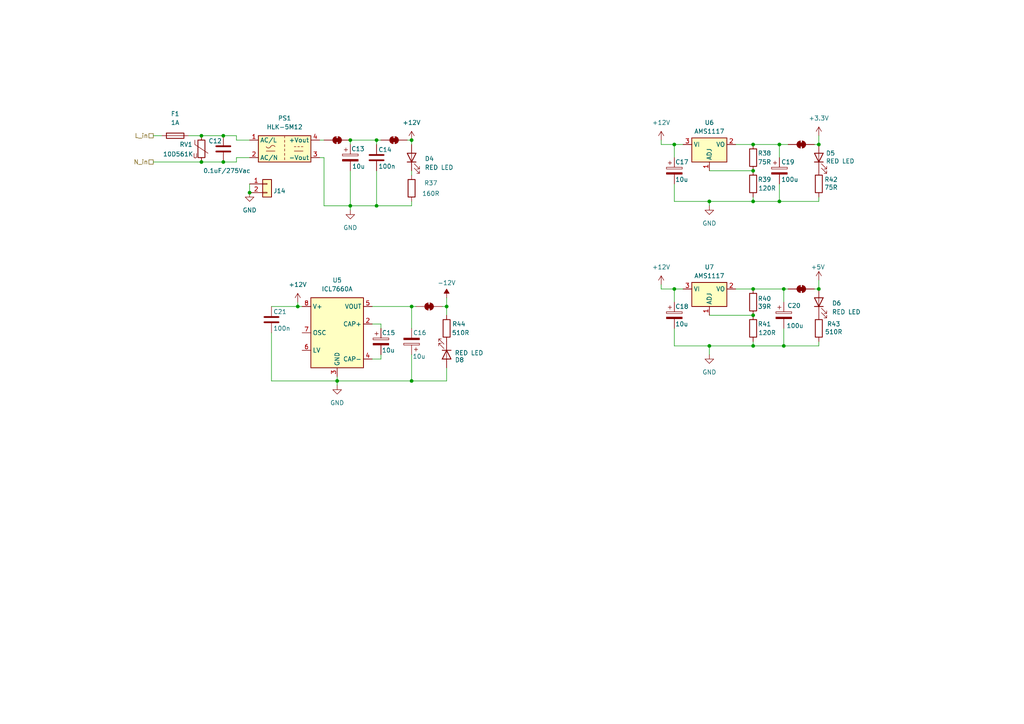
<source format=kicad_sch>
(kicad_sch (version 20231120) (generator "eeschema") (generator_version "8.0")
  (paper "A4")
  (title_block (title "EVSE") (date "2024-07-14") (rev "V2") (company "Blue Dot d.o.o.") (comment 1 "Lovro Oreskovic"))
  (lib_symbols
    (symbol "Connector_Generic:Conn_01x02" (pin_names (offset 1.016) hide)
      (property "Reference" "J" (at 0 2.54 0))
      (property "Value" "Conn_01x02" (at 0 -5.08 0))
      (symbol "Conn_01x02_1_1"
        (rectangle (start -1.27 -2.413) (end 0 -2.667) (stroke (width 0.1524)))
        (rectangle (start -1.27 0.127) (end 0 -0.127) (stroke (width 0.1524)))
        (rectangle (start -1.27 1.27) (end 1.27 -3.81) (stroke (width 0.254)) (fill (type background)))
        (pin passive line (at -5.08 0 0) (length 3.81) (name "Pin_1") (number "1"))
        (pin passive line (at -5.08 -2.54 0) (length 3.81) (name "Pin_2") (number "2"))
      )
    )
    (symbol "Converter_ACDC:HLK-5M12"
      (property "Reference" "PS" (at 0 5.08 0))
      (property "Value" "HLK-5M12" (at 0 -5.08 0))
      (symbol "HLK-5M12_0_1"
        (rectangle (start -7.62 3.81) (end 7.62 -3.81) (stroke (width 0.254)) (fill (type background)))
        (arc (start -5.334 0.635) (mid -4.699 0.2495) (end -4.064 0.635))
        (arc (start -2.794 0.635) (mid -3.429 1.0072) (end -4.064 0.635))
        (polyline (pts (xy -5.334 -0.635) (xy -2.794 -0.635)))
        (polyline (pts (xy 0 -2.54) (xy 0 -3.175)))
        (polyline (pts (xy 0 -1.27) (xy 0 -1.905)))
        (polyline (pts (xy 0 0) (xy 0 -0.635)))
        (polyline (pts (xy 0 1.27) (xy 0 0.635)))
        (polyline (pts (xy 0 2.54) (xy 0 1.905)))
        (polyline (pts (xy 0 3.81) (xy 0 3.175)))
        (polyline (pts (xy 2.794 -0.635) (xy 5.334 -0.635)))
        (polyline (pts (xy 2.794 0.635) (xy 3.302 0.635)))
        (polyline (pts (xy 3.81 0.635) (xy 4.318 0.635)))
        (polyline (pts (xy 4.826 0.635) (xy 5.334 0.635)))
      )
      (symbol "HLK-5M12_1_1"
        (pin power_in line (at -10.16 2.54 0) (length 2.54) (name "AC/L") (number "1"))
        (pin power_in line (at -10.16 -2.54 0) (length 2.54) (name "AC/N") (number "2"))
        (pin power_out line (at 10.16 -2.54 180) (length 2.54) (name "-Vout") (number "3"))
        (pin power_out line (at 10.16 2.54 180) (length 2.54) (name "+Vout") (number "4"))
      )
    )
    (symbol "Device:C" (pin_numbers hide) (pin_names (offset 0.254))
      (property "Reference" "C" (at 0.635 2.54 0))
      (property "Value" "C" (at 0.635 -2.54 0))
      (symbol "C_0_1"
        (polyline (pts (xy -2.032 -0.762) (xy 2.032 -0.762)) (stroke (width 0.508)))
        (polyline (pts (xy -2.032 0.762) (xy 2.032 0.762)) (stroke (width 0.508)))
      )
      (symbol "C_1_1"
        (pin passive line (at 0 3.81 270) (length 2.794) (name "~") (number "1"))
        (pin passive line (at 0 -3.81 90) (length 2.794) (name "~") (number "2"))
      )
    )
    (symbol "Device:C_Polarized" (pin_numbers hide) (pin_names (offset 0.254))
      (property "Reference" "C" (at 0.635 2.54 0))
      (property "Value" "C_Polarized" (at 0.635 -2.54 0))
      (symbol "C_Polarized_0_1"
        (rectangle (start -2.286 0.508) (end 2.286 1.016))
        (polyline (pts (xy -1.778 2.286) (xy -0.762 2.286)))
        (polyline (pts (xy -1.27 2.794) (xy -1.27 1.778)))
        (rectangle (start 2.286 -0.508) (end -2.286 -1.016) (fill (type outline)))
      )
      (symbol "C_Polarized_1_1"
        (pin passive line (at 0 3.81 270) (length 2.794) (name "~") (number "1"))
        (pin passive line (at 0 -3.81 90) (length 2.794) (name "~") (number "2"))
      )
    )
    (symbol "Device:Fuse" (pin_numbers hide) (pin_names (offset 0))
      (property "Reference" "F" (at 2.032 0 90))
      (property "Value" "Fuse" (at -1.905 0 90))
      (symbol "Fuse_0_1"
        (rectangle (start -0.762 -2.54) (end 0.762 2.54) (stroke (width 0.254)))
        (polyline (pts (xy 0 2.54) (xy 0 -2.54)))
      )
      (symbol "Fuse_1_1"
        (pin passive line (at 0 3.81 270) (length 1.27) (name "~") (number "1"))
        (pin passive line (at 0 -3.81 90) (length 1.27) (name "~") (number "2"))
      )
    )
    (symbol "Device:LED" (pin_numbers hide) (pin_names (offset 1.016) hide)
      (property "Reference" "D" (at 0 2.54 0))
      (property "Value" "LED" (at 0 -2.54 0))
      (symbol "LED_0_1"
        (polyline (pts (xy -1.27 -1.27) (xy -1.27 1.27)) (stroke (width 0.254)))
        (polyline (pts (xy -1.27 0) (xy 1.27 0)))
        (polyline (pts (xy 1.27 -1.27) (xy 1.27 1.27) (xy -1.27 0) (xy 1.27 -1.27)) (stroke (width 0.254)))
        (polyline (pts (xy -3.048 -0.762) (xy -4.572 -2.286) (xy -3.81 -2.286) (xy -4.572 -2.286) (xy -4.572 -1.524)))
        (polyline (pts (xy -1.778 -0.762) (xy -3.302 -2.286) (xy -2.54 -2.286) (xy -3.302 -2.286) (xy -3.302 -1.524)))
      )
      (symbol "LED_1_1"
        (pin passive line (at -3.81 0 0) (length 2.54) (name "K") (number "1"))
        (pin passive line (at 3.81 0 180) (length 2.54) (name "A") (number "2"))
      )
    )
    (symbol "Device:R" (pin_numbers hide) (pin_names (offset 0))
      (property "Reference" "R" (at 2.032 0 90))
      (property "Value" "R" (at 0 0 90))
      (symbol "R_0_1"
        (rectangle (start -1.016 -2.54) (end 1.016 2.54) (stroke (width 0.254)))
      )
      (symbol "R_1_1"
        (pin passive line (at 0 3.81 270) (length 1.27) (name "~") (number "1"))
        (pin passive line (at 0 -3.81 90) (length 1.27) (name "~") (number "2"))
      )
    )
    (symbol "Device:Varistor" (pin_numbers hide) (pin_names (offset 0))
      (property "Reference" "RV" (at 3.175 0 90))
      (property "Value" "Varistor" (at -3.175 0 90))
      (symbol "Varistor_0_0"
        (text "U" (at -1.778 -2.032 0) (effects (font (size 1.27 1.27))))
      )
      (symbol "Varistor_0_1"
        (rectangle (start -1.016 -2.54) (end 1.016 2.54) (stroke (width 0.254)))
        (polyline (pts (xy -1.905 2.54) (xy -1.905 1.27) (xy 1.905 -1.27)))
      )
      (symbol "Varistor_1_1"
        (pin passive line (at 0 3.81 270) (length 1.27) (name "~") (number "1"))
        (pin passive line (at 0 -3.81 90) (length 1.27) (name "~") (number "2"))
      )
    )
    (symbol "Jumper:SolderJumper_2_Bridged" (pin_numbers hide) (pin_names (offset 0) hide) (exclude_from_sim yes) (in_bom no)
      (property "Reference" "JP" (at 0 2.032 0))
      (property "Value" "SolderJumper_2_Bridged" (at 0 -2.54 0))
      (symbol "SolderJumper_2_Bridged_0_1"
        (rectangle (start -0.508 0.508) (end 0.508 -0.508) (fill (type outline)))
        (arc (start -0.254 1.016) (mid -1.2656 0) (end -0.254 -1.016))
        (arc (start -0.254 1.016) (mid -1.2656 0) (end -0.254 -1.016) (fill (type outline)))
        (polyline (pts (xy -0.254 1.016) (xy -0.254 -1.016)))
        (polyline (pts (xy 0.254 1.016) (xy 0.254 -1.016)))
        (arc (start 0.254 -1.016) (mid 1.2656 0) (end 0.254 1.016))
        (arc (start 0.254 -1.016) (mid 1.2656 0) (end 0.254 1.016) (fill (type outline)))
      )
      (symbol "SolderJumper_2_Bridged_1_1"
        (pin passive line (at -3.81 0 0) (length 2.54) (name "A") (number "1"))
        (pin passive line (at 3.81 0 180) (length 2.54) (name "B") (number "2"))
      )
    )
    (symbol "Regulator_Linear:AMS1117"
      (property "Reference" "U" (at -3.81 3.175 0))
      (property "Value" "AMS1117" (at 0 3.175 0))
      (symbol "AMS1117_0_1"
        (rectangle (start -5.08 -5.08) (end 5.08 1.905) (stroke (width 0.254)) (fill (type background)))
      )
      (symbol "AMS1117_1_1"
        (pin input line (at 0 -7.62 90) (length 2.54) (name "ADJ") (number "1"))
        (pin power_out line (at 7.62 0 180) (length 2.54) (name "VO") (number "2"))
        (pin power_in line (at -7.62 0 0) (length 2.54) (name "VI") (number "3"))
      )
    )
    (symbol "multi_new:ICL7660A"
      (property "Reference" "U" (at -6.604 11.43 0))
      (property "Value" "ICL7660A" (at 0 11.43 0))
      (symbol "ICL7660A_0_1"
        (rectangle (start -7.62 10.16) (end 7.62 -10.16) (stroke (width 0.254)) (fill (type background)))
      )
      (symbol "ICL7660A_1_1"
        (pin no_connect line (at -7.62 5.08 0) (length 2.54) hide (name "NC") (number "1"))
        (pin input line (at 10.16 2.54 180) (length 2.54) (name "CAP+") (number "2"))
        (pin power_in line (at 0 -12.7 90) (length 2.54) (name "GND") (number "3"))
        (pin input line (at 10.16 -7.62 180) (length 2.54) (name "CAP-") (number "4"))
        (pin power_out line (at 10.16 7.62 180) (length 2.54) (name "VOUT") (number "5"))
        (pin input line (at -10.16 -5.08 0) (length 2.54) (name "LV") (number "6"))
        (pin input line (at -10.16 0 0) (length 2.54) (name "OSC") (number "7"))
        (pin power_in line (at -10.16 7.62 0) (length 2.54) (name "V+") (number "8"))
      )
    )
    (symbol "power:+12V" (power) (pin_numbers hide) (pin_names (offset 0) hide)
      (property "Value" "+12V" (at 0 3.556 0))
      (symbol "+12V_0_1"
        (polyline (pts (xy -0.762 1.27) (xy 0 2.54)))
        (polyline (pts (xy 0 0) (xy 0 2.54)))
        (polyline (pts (xy 0 2.54) (xy 0.762 1.27)))
      )
      (symbol "+12V_1_1"
        (pin power_in line (at 0 0 90) (length 0) (name "~") (number "1"))
      )
    )
    (symbol "power:+3.3V" (power) (pin_numbers hide) (pin_names (offset 0) hide)
      (property "Value" "+3.3V" (at 0 3.556 0))
      (symbol "+3.3V_0_1"
        (polyline (pts (xy -0.762 1.27) (xy 0 2.54)))
        (polyline (pts (xy 0 0) (xy 0 2.54)))
        (polyline (pts (xy 0 2.54) (xy 0.762 1.27)))
      )
      (symbol "+3.3V_1_1"
        (pin power_in line (at 0 0 90) (length 0) (name "~") (number "1"))
      )
    )
    (symbol "power:+5V" (power) (pin_numbers hide) (pin_names (offset 0) hide)
      (property "Value" "+5V" (at 0 3.556 0))
      (symbol "+5V_0_1"
        (polyline (pts (xy -0.762 1.27) (xy 0 2.54)))
        (polyline (pts (xy 0 0) (xy 0 2.54)))
        (polyline (pts (xy 0 2.54) (xy 0.762 1.27)))
      )
      (symbol "+5V_1_1"
        (pin power_in line (at 0 0 90) (length 0) (name "~") (number "1"))
      )
    )
    (symbol "power:-12V" (power) (pin_numbers hide) (pin_names (offset 0) hide)
      (property "Value" "-12V" (at 0 3.556 0))
      (symbol "-12V_0_0"
        (pin power_in line (at 0 0 90) (length 0) (name "~") (number "1"))
      )
      (symbol "-12V_0_1"
        (polyline (pts (xy 0 0) (xy 0 1.27) (xy 0.762 1.27) (xy 0 2.54) (xy -0.762 1.27) (xy 0 1.27)) (fill (type outline)))
      )
    )
    (symbol "power:GND" (power) (pin_numbers hide) (pin_names (offset 0) hide)
      (property "Value" "GND" (at 0 -3.81 0))
      (symbol "GND_0_1"
        (polyline (pts (xy 0 0) (xy 0 -1.27) (xy 1.27 -1.27) (xy 0 -2.54) (xy -1.27 -1.27) (xy 0 -1.27)))
      )
      (symbol "GND_1_1"
        (pin power_in line (at 0 0 270) (length 0) (name "~") (number "1"))
      )
    )
  )
  (junction (at 218.44 91.44))
  (junction (at 109.22 59.69))
  (junction (at 218.44 58.42))
  (junction (at 227.33 83.82))
  (junction (at 101.6 59.69))
  (junction (at 226.06 41.91))
  (junction (at 226.06 58.42))
  (junction (at 218.44 100.33))
  (junction (at 86.36 88.9))
  (junction (at 205.74 100.33))
  (junction (at 101.6 40.64))
  (junction (at 72.39 55.88))
  (junction (at 205.74 58.42))
  (junction (at 64.77 39.37))
  (junction (at 195.58 83.82))
  (junction (at 119.38 40.64))
  (junction (at 129.54 88.9))
  (junction (at 109.22 40.64))
  (junction (at 97.79 110.49))
  (junction (at 218.44 41.91))
  (junction (at 58.42 46.99))
  (junction (at 119.38 88.9))
  (junction (at 64.77 46.99))
  (junction (at 58.42 39.37))
  (junction (at 237.49 83.82))
  (junction (at 227.33 100.33))
  (junction (at 119.38 110.49))
  (junction (at 237.49 41.91))
  (junction (at 218.44 83.82))
  (junction (at 218.44 49.53))
  (junction (at 195.58 41.91))
  (wire (pts (xy 101.6 40.64) (xy 109.22 40.64)))
  (wire (pts (xy 236.22 83.82) (xy 237.49 83.82)))
  (wire (pts (xy 68.58 40.64) (xy 72.39 40.64)))
  (wire (pts (xy 119.38 88.9) (xy 119.38 95.25)))
  (wire (pts (xy 109.22 59.69) (xy 109.22 49.53)))
  (wire (pts (xy 110.49 93.98) (xy 110.49 95.25)))
  (wire (pts (xy 226.06 58.42) (xy 237.49 58.42)))
  (wire (pts (xy 101.6 59.69) (xy 109.22 59.69)))
  (wire (pts (xy 218.44 100.33) (xy 218.44 99.06)))
  (wire (pts (xy 109.22 59.69) (xy 119.38 59.69)))
  (wire (pts (xy 195.58 53.34) (xy 195.58 58.42)))
  (wire (pts (xy 205.74 58.42) (xy 218.44 58.42)))
  (wire (pts (xy 119.38 50.8) (xy 119.38 49.53)))
  (wire (pts (xy 191.77 82.55) (xy 191.77 83.82)))
  (wire (pts (xy 109.22 40.64) (xy 110.49 40.64)))
  (wire (pts (xy 68.58 45.72) (xy 68.58 46.99)))
  (wire (pts (xy 109.22 40.64) (xy 109.22 41.91)))
  (wire (pts (xy 44.45 39.37) (xy 46.99 39.37)))
  (wire (pts (xy 68.58 40.64) (xy 68.58 39.37)))
  (wire (pts (xy 226.06 41.91) (xy 226.06 45.72)))
  (wire (pts (xy 191.77 41.91) (xy 195.58 41.91)))
  (wire (pts (xy 195.58 87.63) (xy 195.58 83.82)))
  (wire (pts (xy 93.98 59.69) (xy 101.6 59.69)))
  (wire (pts (xy 195.58 41.91) (xy 198.12 41.91)))
  (wire (pts (xy 195.58 45.72) (xy 195.58 41.91)))
  (wire (pts (xy 107.95 88.9) (xy 119.38 88.9)))
  (wire (pts (xy 101.6 59.69) (xy 101.6 49.53)))
  (wire (pts (xy 97.79 110.49) (xy 97.79 109.22)))
  (wire (pts (xy 191.77 40.64) (xy 191.77 41.91)))
  (wire (pts (xy 227.33 100.33) (xy 237.49 100.33)))
  (wire (pts (xy 129.54 88.9) (xy 129.54 91.44)))
  (wire (pts (xy 86.36 88.9) (xy 87.63 88.9)))
  (wire (pts (xy 119.38 102.87) (xy 119.38 110.49)))
  (wire (pts (xy 128.27 88.9) (xy 129.54 88.9)))
  (wire (pts (xy 107.95 93.98) (xy 110.49 93.98)))
  (wire (pts (xy 101.6 40.64) (xy 101.6 41.91)))
  (wire (pts (xy 119.38 40.64) (xy 118.11 40.64)))
  (wire (pts (xy 86.36 87.63) (xy 86.36 88.9)))
  (wire (pts (xy 93.98 59.69) (xy 93.98 45.72)))
  (wire (pts (xy 97.79 110.49) (xy 119.38 110.49)))
  (wire (pts (xy 227.33 100.33) (xy 218.44 100.33)))
  (wire (pts (xy 64.77 46.99) (xy 68.58 46.99)))
  (wire (pts (xy 58.42 46.99) (xy 64.77 46.99)))
  (wire (pts (xy 237.49 99.06) (xy 237.49 100.33)))
  (wire (pts (xy 78.74 88.9) (xy 86.36 88.9)))
  (wire (pts (xy 218.44 41.91) (xy 226.06 41.91)))
  (wire (pts (xy 110.49 102.87) (xy 110.49 104.14)))
  (wire (pts (xy 78.74 110.49) (xy 97.79 110.49)))
  (wire (pts (xy 68.58 45.72) (xy 72.39 45.72)))
  (wire (pts (xy 227.33 83.82) (xy 228.6 83.82)))
  (wire (pts (xy 119.38 58.42) (xy 119.38 59.69)))
  (wire (pts (xy 72.39 53.34) (xy 72.39 55.88)))
  (wire (pts (xy 119.38 110.49) (xy 129.54 110.49)))
  (wire (pts (xy 54.61 39.37) (xy 58.42 39.37)))
  (wire (pts (xy 205.74 49.53) (xy 218.44 49.53)))
  (wire (pts (xy 226.06 41.91) (xy 228.6 41.91)))
  (wire (pts (xy 218.44 83.82) (xy 227.33 83.82)))
  (wire (pts (xy 237.49 57.15) (xy 237.49 58.42)))
  (wire (pts (xy 44.45 46.99) (xy 58.42 46.99)))
  (wire (pts (xy 226.06 58.42) (xy 218.44 58.42)))
  (wire (pts (xy 226.06 53.34) (xy 226.06 58.42)))
  (wire (pts (xy 195.58 100.33) (xy 205.74 100.33)))
  (wire (pts (xy 120.65 88.9) (xy 119.38 88.9)))
  (wire (pts (xy 97.79 111.76) (xy 97.79 110.49)))
  (wire (pts (xy 237.49 81.28) (xy 237.49 83.82)))
  (wire (pts (xy 92.71 40.64) (xy 93.98 40.64)))
  (wire (pts (xy 191.77 83.82) (xy 195.58 83.82)))
  (wire (pts (xy 78.74 96.52) (xy 78.74 110.49)))
  (wire (pts (xy 64.77 39.37) (xy 68.58 39.37)))
  (wire (pts (xy 195.58 83.82) (xy 198.12 83.82)))
  (wire (pts (xy 195.58 95.25) (xy 195.58 100.33)))
  (wire (pts (xy 129.54 86.36) (xy 129.54 88.9)))
  (wire (pts (xy 236.22 41.91) (xy 237.49 41.91)))
  (wire (pts (xy 195.58 58.42) (xy 205.74 58.42)))
  (wire (pts (xy 213.36 41.91) (xy 218.44 41.91)))
  (wire (pts (xy 213.36 83.82) (xy 218.44 83.82)))
  (wire (pts (xy 101.6 59.69) (xy 101.6 60.96)))
  (wire (pts (xy 227.33 87.63) (xy 227.33 83.82)))
  (wire (pts (xy 93.98 45.72) (xy 92.71 45.72)))
  (wire (pts (xy 205.74 58.42) (xy 205.74 59.69)))
  (wire (pts (xy 205.74 91.44) (xy 218.44 91.44)))
  (wire (pts (xy 58.42 39.37) (xy 64.77 39.37)))
  (wire (pts (xy 227.33 95.25) (xy 227.33 100.33)))
  (wire (pts (xy 110.49 104.14) (xy 107.95 104.14)))
  (wire (pts (xy 218.44 58.42) (xy 218.44 57.15)))
  (wire (pts (xy 205.74 100.33) (xy 218.44 100.33)))
  (wire (pts (xy 237.49 39.37) (xy 237.49 41.91)))
  (wire (pts (xy 119.38 40.64) (xy 119.38 41.91)))
  (wire (pts (xy 205.74 100.33) (xy 205.74 102.87)))
  (wire (pts (xy 129.54 106.68) (xy 129.54 110.49)))
  (hierarchical_label "N_in" (shape passive) (at 44.45 46.99 180))
  (hierarchical_label "L_in" (shape passive) (at 44.45 39.37 180))
  (symbol (lib_id "Device:R") (at 129.54 95.25 180) (unit 1)
    (property "Reference" "R44" (at 133.096 93.98 0))
    (property "Value" "510R" (at 133.604 96.52 0))
    (property "Footprint" "Resistor_SMD:R_0603_1608Metric" (effects (hide yes)))
    (property "Description" "Resistor" (effects (hide yes)))
    (property "LCSC" "C23193" (effects (hide yes)))
  )
  (symbol (lib_id "Device:C_Polarized") (at 110.49 99.06 0) (unit 1)
    (property "Reference" "C15" (at 110.744 96.52 0) (effects (justify left)))
    (property "Value" "10u" (at 110.744 101.6 0) (effects (justify left)))
    (property "Footprint" "Capacitor_SMD:CP_Elec_4x5.4" (effects (hide yes)))
    (property "Description" "Polarized capacitor" (effects (hide yes)))
    (property "LCSC" "C72485" (effects (hide yes)))
  )
  (symbol (lib_id "Device:R") (at 119.38 54.61 0) (unit 1)
    (property "Reference" "R37" (at 124.968 53.086 0))
    (property "Value" "160R" (at 124.968 56.134 0))
    (property "Footprint" "Resistor_SMD:R_0603_1608Metric" (effects (hide yes)))
    (property "Description" "Resistor" (effects (hide yes)))
    (property "LCSC" "C22814" (effects (hide yes)))
  )
  (symbol (lib_id "Device:C") (at 64.77 43.18 0) (unit 1)
    (property "Reference" "C12" (at 60.452 40.894 0) (effects (justify left)))
    (property "Value" "0.1uF/275Vac" (at 58.928 49.53 0) (effects (justify left)))
    (property "Footprint" "multi_new:CAP-TH_L18.0-W7.0-P15.00-D0.7" (effects (hide yes)))
    (property "Description" "Unpolarized capacitor" (effects (hide yes)))
    (property "LCSC" "C914484" (effects (hide yes)))
  )
  (symbol (lib_id "Connector_Generic:Conn_01x02") (at 77.47 53.34 0) (unit 1)
    (property "Reference" "J14" (at 79.248 55.372 0) (effects (justify left)))
    (property "Value" "Conn_01x02" (effects (hide yes)))
    (property "Footprint" "Connector_PinHeader_2.54mm:PinHeader_1x02_P2.54mm_Vertical" (effects (hide yes)))
    (property "Description" "Generic connector, single row, 01x02, script generated (kicad-library-utils/schlib/autogen/connector/)" (effects (hide yes)))
  )
  (symbol (lib_id "Device:C_Polarized") (at 226.06 49.53 0) (unit 1)
    (property "Reference" "C19" (at 226.568 46.99 0) (effects (justify left)))
    (property "Value" "100u" (at 226.568 52.07 0) (effects (justify left)))
    (property "Footprint" "Capacitor_SMD:CP_Elec_6.3x5.4" (effects (hide yes)))
    (property "Description" "Polarized capacitor" (effects (hide yes)))
    (property "LCSC" "C5138965" (effects (hide yes)))
  )
  (symbol (lib_id "Device:C_Polarized") (at 195.58 49.53 0) (unit 1)
    (property "Reference" "C17" (at 195.834 46.99 0) (effects (justify left)))
    (property "Value" "10u" (at 195.834 52.07 0) (effects (justify left)))
    (property "Footprint" "Capacitor_SMD:CP_Elec_4x5.4" (effects (hide yes)))
    (property "Description" "Polarized capacitor" (effects (hide yes)))
    (property "LCSC" "C72485" (effects (hide yes)))
  )
  (symbol (lib_id "Device:C") (at 78.74 92.71 0) (unit 1)
    (property "Reference" "C21" (at 79.248 90.424 0) (effects (justify left)))
    (property "Value" "100n" (at 79.248 95.25 0) (effects (justify left)))
    (property "Footprint" "Capacitor_SMD:C_0805_2012Metric" (effects (hide yes)))
    (property "Description" "Unpolarized capacitor" (effects (hide yes)))
    (property "LCSC" "C38141" (effects (hide yes)))
  )
  (symbol (lib_id "Jumper:SolderJumper_2_Bridged") (at 114.3 40.64 180) (unit 1) (exclude_from_sim yes) (in_bom no)
    (property "Reference" "JP1" (effects (hide yes)))
    (property "Value" "SolderJumper_2_Bridged" (effects (hide yes)))
    (property "Footprint" "Jumper:SolderJumper-2_P1.3mm_Bridged2Bar_RoundedPad1.0x1.5mm" (effects (hide yes)))
    (property "Description" "Solder Jumper, 2-pole, closed/bridged" (effects (hide yes)))
  )
  (symbol (lib_id "Device:R") (at 218.44 45.72 180) (unit 1)
    (property "Reference" "R38" (at 221.742 44.45 0))
    (property "Value" "75R" (at 221.742 46.99 0))
    (property "Footprint" "Resistor_SMD:R_0603_1608Metric" (effects (hide yes)))
    (property "Description" "Resistor" (effects (hide yes)))
    (property "LCSC" "C112309" (effects (hide yes)))
  )
  (symbol (lib_id "power:GND") (at 97.79 111.76 0) (unit 1)
    (property "Reference" "#PWR053" (effects (hide yes)))
    (property "Value" "GND" (at 97.79 116.84 0))
    (property "Description" "Power symbol creates a global label with name \"GND\" , ground" (effects (hide yes)))
  )
  (symbol (lib_id "Device:C") (at 109.22 45.72 0) (unit 1)
    (property "Reference" "C14" (at 109.728 43.434 0) (effects (justify left)))
    (property "Value" "100n" (at 109.728 48.26 0) (effects (justify left)))
    (property "Footprint" "Capacitor_SMD:C_0805_2012Metric" (effects (hide yes)))
    (property "Description" "Unpolarized capacitor" (effects (hide yes)))
    (property "LCSC" "C38141" (effects (hide yes)))
  )
  (symbol (lib_id "Device:Fuse") (at 50.8 39.37 90) (unit 1)
    (property "Reference" "F1" (at 50.8 33.02 90))
    (property "Value" "1A" (at 50.8 35.56 90))
    (property "Footprint" "multi_new:F1206" (effects (hide yes)))
    (property "Description" "Fuse" (effects (hide yes)))
    (property "LCSC" "C910830" (effects (hide yes)))
  )
  (symbol (lib_id "power:+3.3V") (at 237.49 39.37 0) (unit 1)
    (property "Reference" "#PWR061" (effects (hide yes)))
    (property "Value" "+3.3V" (at 237.49 34.29 0))
    (property "Description" "Power symbol creates a global label with name \"+3.3V\"" (effects (hide yes)))
  )
  (symbol (lib_id "multi_new:ICL7660A") (at 97.79 96.52 0) (unit 1)
    (property "Reference" "U5" (at 97.79 81.28 0))
    (property "Value" "ICL7660A" (at 97.79 83.82 0))
    (property "Footprint" "multi_new:SOIC-8_L5.0-W4.0-P1.27-LS6.0-BL" (effects (hide yes)))
    (property "Datasheet" "http://www.ti.com/lit/ds/symlink/lmc7660.pdf" (effects (hide yes)))
    (property "Description" "Voltage converter from +1.5V to +10V to +1.5V to +10V, SO-8/DIP-8" (effects (hide yes)))
    (property "LCSC" "C7881" (effects (hide yes)))
  )
  (symbol (lib_id "Device:LED") (at 237.49 87.63 90) (unit 1)
    (property "Reference" "D6" (at 241.3 87.9474 90) (effects (justify right)))
    (property "Value" "RED LED" (at 241.3 90.4874 90) (effects (justify right)))
    (property "Footprint" "Diode_SMD:D_0603_1608Metric" (effects (hide yes)))
    (property "Description" "Light emitting diode" (effects (hide yes)))
    (property "LCSC" "C7496820" (effects (hide yes)))
  )
  (symbol (lib_id "Device:R") (at 237.49 53.34 0) (unit 1)
    (property "Reference" "R42" (at 241.046 52.07 0))
    (property "Value" "75R" (at 241.046 54.356 0))
    (property "Footprint" "Resistor_SMD:R_0603_1608Metric" (effects (hide yes)))
    (property "Description" "Resistor" (effects (hide yes)))
    (property "LCSC" "C112309" (effects (hide yes)))
  )
  (symbol (lib_id "Regulator_Linear:AMS1117") (at 205.74 83.82 0) (unit 1)
    (property "Reference" "U7" (at 205.74 77.47 0))
    (property "Value" "AMS1117" (at 205.74 80.01 0))
    (property "Footprint" "multi_new:SOT-223_L6.7-W3.5-P2.30-BR" (effects (hide yes)))
    (property "Datasheet" "http://www.advanced-monolithic.com/pdf/ds1117.pdf" (effects (hide yes)))
    (property "Description" "1A Low Dropout regulator, positive, adjustable output, SOT-223" (effects (hide yes)))
    (property "LCSC" "C347224" (effects (hide yes)))
  )
  (symbol (lib_id "power:+12V") (at 119.38 40.64 0) (unit 1)
    (property "Reference" "#PWR055" (effects (hide yes)))
    (property "Value" "+12V" (at 119.38 35.56 0))
    (property "Description" "Power symbol creates a global label with name \"+12V\"" (effects (hide yes)))
  )
  (symbol (lib_id "power:GND") (at 72.39 55.88 0) (unit 1)
    (property "Reference" "#PWR051" (effects (hide yes)))
    (property "Value" "GND" (at 72.39 60.96 0))
    (property "Description" "Power symbol creates a global label with name \"GND\" , ground" (effects (hide yes)))
  )
  (symbol (lib_id "power:GND") (at 205.74 59.69 0) (unit 1)
    (property "Reference" "#PWR059" (effects (hide yes)))
    (property "Value" "GND" (at 205.74 64.77 0))
    (property "Description" "Power symbol creates a global label with name \"GND\" , ground" (effects (hide yes)))
  )
  (symbol (lib_id "Device:Varistor") (at 58.42 43.18 0) (unit 1)
    (property "Reference" "RV1" (at 52.07 41.91 0) (effects (justify left)))
    (property "Value" "10D561K" (at 47.244 44.704 0) (effects (justify left)))
    (property "Footprint" "multi_new:RES-TH_L12.5-W4.4-P7.50-D0.8-S3.60" (effects (hide yes)))
    (property "Description" "Voltage dependent resistor" (effects (hide yes)))
    (property "Sim.Name" "kicad_builtin_varistor" (effects (hide yes)))
    (property "Sim.Device" "SUBCKT" (effects (hide yes)))
    (property "Sim.Pins" "1=A 2=B" (effects (hide yes)))
    (property "Sim.Params" "threshold=1k" (effects (hide yes)))
    (property "Sim.Library" "${KICAD7_SYMBOL_DIR}/Simulation_SPICE.sp" (effects (hide yes)))
    (property "LCSC" "C2761663" (effects (hide yes)))
  )
  (symbol (lib_id "Device:R") (at 218.44 95.25 180) (unit 1)
    (property "Reference" "R41" (at 221.742 93.98 0))
    (property "Value" "120R" (at 222.504 96.52 0))
    (property "Footprint" "Resistor_SMD:R_0603_1608Metric" (effects (hide yes)))
    (property "Description" "Resistor" (effects (hide yes)))
    (property "LCSC" "C125925" (effects (hide yes)))
  )
  (symbol (lib_id "Device:C_Polarized") (at 101.6 45.72 0) (unit 1)
    (property "Reference" "C13" (at 101.854 43.18 0) (effects (justify left)))
    (property "Value" "10u" (at 102.108 48.26 0) (effects (justify left)))
    (property "Footprint" "Capacitor_SMD:CP_Elec_4x5.4" (effects (hide yes)))
    (property "Description" "Polarized capacitor" (effects (hide yes)))
    (property "LCSC" "C72485" (effects (hide yes)))
  )
  (symbol (lib_id "Device:R") (at 218.44 53.34 180) (unit 1)
    (property "Reference" "R39" (at 221.742 52.07 0))
    (property "Value" "120R" (at 222.504 54.61 0))
    (property "Footprint" "Resistor_SMD:R_0603_1608Metric" (effects (hide yes)))
    (property "Description" "Resistor" (effects (hide yes)))
    (property "LCSC" "C125925" (effects (hide yes)))
  )
  (symbol (lib_id "Device:R") (at 237.49 95.25 0) (unit 1)
    (property "Reference" "R43" (at 241.808 93.98 0))
    (property "Value" "510R" (at 241.808 96.266 0))
    (property "Footprint" "Resistor_SMD:R_0603_1608Metric" (effects (hide yes)))
    (property "Description" "Resistor" (effects (hide yes)))
    (property "LCSC" "C23193" (effects (hide yes)))
  )
  (symbol (lib_id "Converter_ACDC:HLK-5M12") (at 82.55 43.18 0) (unit 1)
    (property "Reference" "PS1" (at 82.55 34.29 0))
    (property "Value" "HLK-5M12" (at 82.55 36.83 0))
    (property "Footprint" "Converter_ACDC:Converter_ACDC_Hi-Link_HLK-5Mxx" (effects (hide yes)))
    (property "Datasheet" "http://h.hlktech.com/download/ACDC%E7%94%B5%E6%BA%90%E6%A8%A1%E5%9D%975W%E7%B3%BB%E5%88%97/1/%E6%B5%B7%E5%87%8C%E7%A7%915W%E7%B3%BB%E5%88%97%E7%94%B5%E6%BA%90%E6%A8%A1%E5%9D%97%E8%A7%84%E6%A0%BC%E4%B9%A6V2.8.pdf" (effects (hide yes)))
    (property "Description" "Compact AC/DC board mount power module 5W, 12V 0.420A" (effects (hide yes)))
    (property "LCSC" "C2923575" (effects (hide yes)))
  )
  (symbol (lib_id "Device:R") (at 218.44 87.63 180) (unit 1)
    (property "Reference" "R40" (at 221.742 86.614 0))
    (property "Value" "39R" (at 221.742 88.9 0))
    (property "Footprint" "Resistor_SMD:R_0603_1608Metric" (effects (hide yes)))
    (property "Description" "Resistor" (effects (hide yes)))
    (property "LCSC" "C137733" (effects (hide yes)))
  )
  (symbol (lib_id "power:GND") (at 101.6 60.96 0) (unit 1)
    (property "Reference" "#PWR054" (effects (hide yes)))
    (property "Value" "GND" (at 101.6 66.04 0))
    (property "Description" "Power symbol creates a global label with name \"GND\" , ground" (effects (hide yes)))
  )
  (symbol (lib_id "Device:LED") (at 119.38 45.72 90) (unit 1)
    (property "Reference" "D4" (at 123.19 46.0374 90) (effects (justify right)))
    (property "Value" "RED LED" (at 123.19 48.5774 90) (effects (justify right)))
    (property "Footprint" "Diode_SMD:D_0603_1608Metric" (effects (hide yes)))
    (property "Description" "Light emitting diode" (effects (hide yes)))
    (property "LCSC" "C7496820" (effects (hide yes)))
  )
  (symbol (lib_id "power:+5V") (at 237.49 81.28 0) (unit 1)
    (property "Reference" "#PWR062" (effects (hide yes)))
    (property "Value" "+5V" (at 237.236 77.47 0))
    (property "Description" "Power symbol creates a global label with name \"+5V\"" (effects (hide yes)))
  )
  (symbol (lib_id "power:+12V") (at 191.77 82.55 0) (unit 1)
    (property "Reference" "#PWR058" (effects (hide yes)))
    (property "Value" "+12V" (at 191.77 77.47 0))
    (property "Description" "Power symbol creates a global label with name \"+12V\"" (effects (hide yes)))
  )
  (symbol (lib_id "Jumper:SolderJumper_2_Bridged") (at 232.41 83.82 180) (unit 1) (exclude_from_sim yes) (in_bom no)
    (property "Reference" "JP5" (effects (hide yes)))
    (property "Value" "SolderJumper_2_Bridged" (effects (hide yes)))
    (property "Footprint" "Jumper:SolderJumper-2_P1.3mm_Bridged2Bar_RoundedPad1.0x1.5mm" (effects (hide yes)))
    (property "Description" "Solder Jumper, 2-pole, closed/bridged" (effects (hide yes)))
  )
  (symbol (lib_id "Jumper:SolderJumper_2_Bridged") (at 232.41 41.91 180) (unit 1) (exclude_from_sim yes) (in_bom no)
    (property "Reference" "JP4" (effects (hide yes)))
    (property "Value" "SolderJumper_2_Bridged" (effects (hide yes)))
    (property "Footprint" "Jumper:SolderJumper-2_P1.3mm_Bridged2Bar_RoundedPad1.0x1.5mm" (effects (hide yes)))
    (property "Description" "Solder Jumper, 2-pole, closed/bridged" (effects (hide yes)))
  )
  (symbol (lib_id "Device:LED") (at 237.49 45.72 90) (unit 1)
    (property "Reference" "D5" (at 239.522 44.45 90) (effects (justify right)))
    (property "Value" "RED LED" (at 239.522 46.736 90) (effects (justify right)))
    (property "Footprint" "Diode_SMD:D_0603_1608Metric" (effects (hide yes)))
    (property "Description" "Light emitting diode" (effects (hide yes)))
    (property "LCSC" "C7496820" (effects (hide yes)))
  )
  (symbol (lib_id "power:GND") (at 205.74 102.87 0) (unit 1)
    (property "Reference" "#PWR060" (effects (hide yes)))
    (property "Value" "GND" (at 205.74 107.95 0))
    (property "Description" "Power symbol creates a global label with name \"GND\" , ground" (effects (hide yes)))
  )
  (symbol (lib_id "Device:C_Polarized") (at 195.58 91.44 0) (unit 1)
    (property "Reference" "C18" (at 195.834 88.9 0) (effects (justify left)))
    (property "Value" "10u" (at 195.834 93.98 0) (effects (justify left)))
    (property "Footprint" "Capacitor_SMD:CP_Elec_4x5.4" (effects (hide yes)))
    (property "Description" "Polarized capacitor" (effects (hide yes)))
    (property "LCSC" "C72485" (effects (hide yes)))
  )
  (symbol (lib_id "power:+12V") (at 191.77 40.64 0) (unit 1)
    (property "Reference" "#PWR057" (effects (hide yes)))
    (property "Value" "+12V" (at 191.77 35.56 0))
    (property "Description" "Power symbol creates a global label with name \"+12V\"" (effects (hide yes)))
  )
  (symbol (lib_id "power:+12V") (at 86.36 87.63 0) (unit 1)
    (property "Reference" "#PWR052" (effects (hide yes)))
    (property "Value" "+12V" (at 86.36 82.55 0))
    (property "Description" "Power symbol creates a global label with name \"+12V\"" (effects (hide yes)))
  )
  (symbol (lib_id "power:-12V") (at 129.54 86.36 0) (unit 1)
    (property "Reference" "#PWR056" (effects (hide yes)))
    (property "Value" "-12V" (at 129.54 82.042 0))
    (property "Description" "Power symbol creates a global label with name \"-12V\"" (effects (hide yes)))
  )
  (symbol (lib_id "Device:C_Polarized") (at 119.38 99.06 180) (unit 1)
    (property "Reference" "C16" (at 123.698 96.52 0) (effects (justify left)))
    (property "Value" "10u" (at 123.444 103.378 0) (effects (justify left)))
    (property "Footprint" "Capacitor_SMD:CP_Elec_4x5.4" (effects (hide yes)))
    (property "Description" "Polarized capacitor" (effects (hide yes)))
    (property "LCSC" "C72485" (effects (hide yes)))
  )
  (symbol (lib_id "Regulator_Linear:AMS1117") (at 205.74 41.91 0) (unit 1)
    (property "Reference" "U6" (at 205.74 35.56 0))
    (property "Value" "AMS1117" (at 205.74 38.1 0))
    (property "Footprint" "multi_new:SOT-223_L6.7-W3.5-P2.30-BR" (effects (hide yes)))
    (property "Datasheet" "http://www.advanced-monolithic.com/pdf/ds1117.pdf" (effects (hide yes)))
    (property "Description" "1A Low Dropout regulator, positive, adjustable output, SOT-223" (effects (hide yes)))
    (property "LCSC" "C347224" (effects (hide yes)))
  )
  (symbol (lib_id "Jumper:SolderJumper_2_Bridged") (at 124.46 88.9 180) (unit 1) (exclude_from_sim yes) (in_bom no)
    (property "Reference" "JP3" (effects (hide yes)))
    (property "Value" "SolderJumper_2_Bridged" (effects (hide yes)))
    (property "Footprint" "Jumper:SolderJumper-2_P1.3mm_Bridged2Bar_RoundedPad1.0x1.5mm" (effects (hide yes)))
    (property "Description" "Solder Jumper, 2-pole, closed/bridged" (effects (hide yes)))
  )
  (symbol (lib_id "Device:LED") (at 129.54 102.87 270) (unit 1)
    (property "Reference" "D8" (at 134.62 104.394 90) (effects (justify right)))
    (property "Value" "RED LED" (at 140.208 102.362 90) (effects (justify right)))
    (property "Footprint" "Diode_SMD:D_0603_1608Metric" (effects (hide yes)))
    (property "Description" "Light emitting diode" (effects (hide yes)))
    (property "LCSC" "C7496820" (effects (hide yes)))
  )
  (symbol (lib_id "Device:C_Polarized") (at 227.33 91.44 0) (unit 1)
    (property "Reference" "C20" (at 228.346 88.646 0) (effects (justify left)))
    (property "Value" "100u" (at 228.092 94.488 0) (effects (justify left)))
    (property "Footprint" "Capacitor_SMD:CP_Elec_6.3x5.4" (effects (hide yes)))
    (property "Description" "Polarized capacitor" (effects (hide yes)))
    (property "LCSC" "C5138965" (effects (hide yes)))
  )
  (symbol (lib_id "Jumper:SolderJumper_2_Bridged") (at 97.79 40.64 180) (unit 1) (exclude_from_sim yes) (in_bom no)
    (property "Reference" "JP2" (effects (hide yes)))
    (property "Value" "SolderJumper_2_Bridged" (effects (hide yes)))
    (property "Footprint" "Jumper:SolderJumper-2_P1.3mm_Bridged2Bar_RoundedPad1.0x1.5mm" (effects (hide yes)))
    (property "Description" "Solder Jumper, 2-pole, closed/bridged" (effects (hide yes)))
  )
)
</source>
